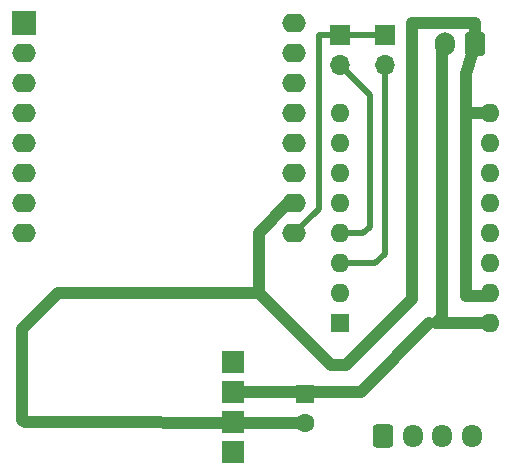
<source format=gbr>
%TF.GenerationSoftware,KiCad,Pcbnew,(6.0.7-1)-1*%
%TF.CreationDate,2022-09-04T19:45:35+02:00*%
%TF.ProjectId,PEQUENA,50455155-454e-4412-9e6b-696361645f70,rev?*%
%TF.SameCoordinates,Original*%
%TF.FileFunction,Copper,L2,Bot*%
%TF.FilePolarity,Positive*%
%FSLAX46Y46*%
G04 Gerber Fmt 4.6, Leading zero omitted, Abs format (unit mm)*
G04 Created by KiCad (PCBNEW (6.0.7-1)-1) date 2022-09-04 19:45:35*
%MOMM*%
%LPD*%
G01*
G04 APERTURE LIST*
G04 Aperture macros list*
%AMRoundRect*
0 Rectangle with rounded corners*
0 $1 Rounding radius*
0 $2 $3 $4 $5 $6 $7 $8 $9 X,Y pos of 4 corners*
0 Add a 4 corners polygon primitive as box body*
4,1,4,$2,$3,$4,$5,$6,$7,$8,$9,$2,$3,0*
0 Add four circle primitives for the rounded corners*
1,1,$1+$1,$2,$3*
1,1,$1+$1,$4,$5*
1,1,$1+$1,$6,$7*
1,1,$1+$1,$8,$9*
0 Add four rect primitives between the rounded corners*
20,1,$1+$1,$2,$3,$4,$5,0*
20,1,$1+$1,$4,$5,$6,$7,0*
20,1,$1+$1,$6,$7,$8,$9,0*
20,1,$1+$1,$8,$9,$2,$3,0*%
G04 Aperture macros list end*
%TA.AperFunction,NonConductor*%
%ADD10C,1.000000*%
%TD*%
%TA.AperFunction,ComponentPad*%
%ADD11R,1.600000X1.600000*%
%TD*%
%TA.AperFunction,ComponentPad*%
%ADD12C,1.600000*%
%TD*%
%TA.AperFunction,ComponentPad*%
%ADD13R,1.700000X1.700000*%
%TD*%
%TA.AperFunction,ComponentPad*%
%ADD14O,1.700000X1.700000*%
%TD*%
%TA.AperFunction,ComponentPad*%
%ADD15RoundRect,0.250000X0.600000X0.750000X-0.600000X0.750000X-0.600000X-0.750000X0.600000X-0.750000X0*%
%TD*%
%TA.AperFunction,ComponentPad*%
%ADD16O,1.700000X2.000000*%
%TD*%
%TA.AperFunction,ComponentPad*%
%ADD17O,2.000000X1.600000*%
%TD*%
%TA.AperFunction,ComponentPad*%
%ADD18R,2.000000X2.000000*%
%TD*%
%TA.AperFunction,ComponentPad*%
%ADD19RoundRect,0.250000X-0.600000X-0.725000X0.600000X-0.725000X0.600000X0.725000X-0.600000X0.725000X0*%
%TD*%
%TA.AperFunction,ComponentPad*%
%ADD20O,1.700000X1.950000*%
%TD*%
%TA.AperFunction,ComponentPad*%
%ADD21O,1.600000X1.600000*%
%TD*%
%TA.AperFunction,ComponentPad*%
%ADD22R,1.930400X1.930400*%
%TD*%
%TA.AperFunction,Conductor*%
%ADD23C,1.000000*%
%TD*%
%TA.AperFunction,Conductor*%
%ADD24C,0.500000*%
%TD*%
%TA.AperFunction,Conductor*%
%ADD25C,0.250000*%
%TD*%
G04 APERTURE END LIST*
D10*
X68834000Y-62992000D02*
X58000000Y-62992000D01*
X63900000Y-65600000D02*
X40386000Y-65532000D01*
X78486000Y-31750000D02*
X78486000Y-33528000D01*
X73152000Y-31750000D02*
X78486000Y-31750000D01*
X77724000Y-54864000D02*
X79756000Y-54864000D01*
X77724000Y-36068000D02*
X77724000Y-54864000D01*
X77724000Y-39370000D02*
X79756000Y-39370000D01*
X78486000Y-33528000D02*
X77724000Y-36068000D01*
D11*
%TO.P,35V100mf,1*%
%TO.N,N/C*%
X64150000Y-63144888D03*
D12*
%TO.P,35V100mf,2*%
X64150000Y-65644888D03*
%TD*%
D13*
%TO.P,J2,1*%
%TO.N,N/C*%
X67056000Y-32766000D03*
D14*
%TO.P,J2,2*%
X67056000Y-35306000D03*
%TD*%
D15*
%TO.P,- 24V +,1*%
%TO.N,N/C*%
X78486000Y-33528000D03*
D16*
%TO.P,- 24V +,2*%
X75986000Y-33528000D03*
%TD*%
D17*
%TO.P,WEMOS D1,16*%
%TO.N,N/C*%
X63192000Y-31762000D03*
%TO.P,WEMOS D1,15*%
X63192000Y-34302000D03*
%TO.P,WEMOS D1,14*%
X63192000Y-36842000D03*
%TO.P,WEMOS D1,13*%
X63192000Y-39382000D03*
%TO.P,WEMOS D1,12*%
X63192000Y-41922000D03*
%TO.P,WEMOS D1,11*%
X63192000Y-44462000D03*
%TO.P,WEMOS D1,10*%
X63192000Y-47002000D03*
%TO.P,WEMOS D1,9*%
X63192000Y-49542000D03*
%TO.P,WEMOS D1,8*%
X40332000Y-49542000D03*
%TO.P,WEMOS D1,7*%
X40332000Y-47002000D03*
%TO.P,WEMOS D1,6*%
X40332000Y-44462000D03*
%TO.P,WEMOS D1,5*%
X40332000Y-41922000D03*
%TO.P,WEMOS D1,4*%
X40332000Y-39382000D03*
%TO.P,WEMOS D1,3*%
X40332000Y-36842000D03*
%TO.P,WEMOS D1,2*%
X40332000Y-34302000D03*
D18*
%TO.P,WEMOS D1,1*%
X40332000Y-31762000D03*
%TD*%
D19*
%TO.P,MOTOR,1*%
%TO.N,N/C*%
X70750000Y-66725000D03*
D20*
%TO.P,MOTOR,2*%
X73250000Y-66725000D03*
%TO.P,MOTOR,3*%
X75750000Y-66725000D03*
%TO.P,MOTOR,4*%
X78250000Y-66725000D03*
%TD*%
D11*
%TO.P,DRIVER,1*%
%TO.N,N/C*%
X67056000Y-57150000D03*
D21*
%TO.P,DRIVER,2*%
X67056000Y-54610000D03*
%TO.P,DRIVER,3*%
X67056000Y-52070000D03*
%TO.P,DRIVER,4*%
X67056000Y-49530000D03*
%TO.P,DRIVER,5*%
X67056000Y-46990000D03*
%TO.P,DRIVER,6*%
X67056000Y-44450000D03*
%TO.P,DRIVER,7*%
X67056000Y-41910000D03*
%TO.P,DRIVER,8*%
X67056000Y-39370000D03*
%TO.P,DRIVER,9*%
X79756000Y-39370000D03*
%TO.P,DRIVER,10*%
X79756000Y-41910000D03*
%TO.P,DRIVER,11*%
X79756000Y-44450000D03*
%TO.P,DRIVER,12*%
X79756000Y-46990000D03*
%TO.P,DRIVER,13*%
X79756000Y-49530000D03*
%TO.P,DRIVER,14*%
X79756000Y-52070000D03*
%TO.P,DRIVER,15*%
X79756000Y-54610000D03*
%TO.P,DRIVER,16*%
X79756000Y-57150000D03*
%TD*%
D22*
%TO.P,WEMOS D1,EN*%
%TO.N,N/C*%
X57996750Y-60496750D03*
%TO.P,WEMOS D1,GND*%
X57996750Y-65576750D03*
%TO.P,WEMOS D1,IN+*%
X57996750Y-63036750D03*
%TO.P,WEMOS D1,VO+*%
X57996750Y-68116750D03*
%TD*%
D13*
%TO.P,J1,1*%
%TO.N,N/C*%
X70866000Y-32766000D03*
D14*
%TO.P,J1,2*%
X70866000Y-35306000D03*
%TD*%
D23*
%TO.N,*%
X74664000Y-57162000D02*
X68927250Y-62898750D01*
X40225250Y-65438750D02*
X40132000Y-65345500D01*
X40132000Y-65345500D02*
X40132000Y-57658000D01*
X40132000Y-57658000D02*
X43180000Y-54610000D01*
X43180000Y-54610000D02*
X60198000Y-54610000D01*
X60198000Y-49530000D02*
X60198000Y-54610000D01*
X66294000Y-60706000D02*
X67564000Y-60706000D01*
X60198000Y-54610000D02*
X66294000Y-60706000D01*
X67564000Y-60706000D02*
X73152000Y-55118000D01*
X62726000Y-47002000D02*
X60198000Y-49530000D01*
X73152000Y-55118000D02*
X73152000Y-32004000D01*
D24*
X67012000Y-49542000D02*
X69076000Y-49542000D01*
X69596000Y-37846000D02*
X67056000Y-35306000D01*
X69076000Y-49542000D02*
X69596000Y-49022000D01*
X69596000Y-49022000D02*
X69596000Y-37846000D01*
X63192000Y-49542000D02*
X63234000Y-49542000D01*
X65278000Y-47498000D02*
X65278000Y-32766000D01*
X65278000Y-32766000D02*
X70866000Y-32766000D01*
X63234000Y-49542000D02*
X65278000Y-47498000D01*
D25*
X74664000Y-57162000D02*
X75196000Y-57162000D01*
X62726000Y-47002000D02*
X63192000Y-47002000D01*
D23*
X75196000Y-57162000D02*
X79712000Y-57162000D01*
X75692000Y-56666000D02*
X75196000Y-57162000D01*
X75966000Y-33511000D02*
X75692000Y-33785000D01*
X75692000Y-33785000D02*
X75692000Y-56666000D01*
D24*
X70092000Y-52082000D02*
X70866000Y-51308000D01*
X70866000Y-51308000D02*
X70866000Y-35306000D01*
X67012000Y-52082000D02*
X70092000Y-52082000D01*
%TD*%
M02*

</source>
